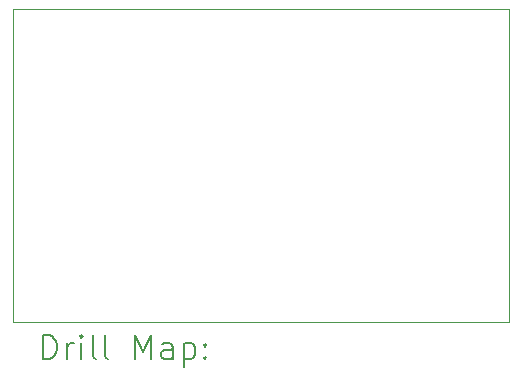
<source format=gbr>
%TF.GenerationSoftware,KiCad,Pcbnew,9.0.4*%
%TF.CreationDate,2025-08-20T18:41:51-04:00*%
%TF.ProjectId,tac5212_audio_board_single_ended,74616335-3231-4325-9f61-7564696f5f62,rev?*%
%TF.SameCoordinates,Original*%
%TF.FileFunction,Drillmap*%
%TF.FilePolarity,Positive*%
%FSLAX45Y45*%
G04 Gerber Fmt 4.5, Leading zero omitted, Abs format (unit mm)*
G04 Created by KiCad (PCBNEW 9.0.4) date 2025-08-20 18:41:51*
%MOMM*%
%LPD*%
G01*
G04 APERTURE LIST*
%ADD10C,0.050000*%
%ADD11C,0.200000*%
G04 APERTURE END LIST*
D10*
X-196750Y2465500D02*
X4003250Y2465500D01*
X4003250Y-180500D01*
X-196750Y-180500D01*
X-196750Y2465500D01*
D11*
X61527Y-494484D02*
X61527Y-294484D01*
X61527Y-294484D02*
X109146Y-294484D01*
X109146Y-294484D02*
X137717Y-304008D01*
X137717Y-304008D02*
X156765Y-323055D01*
X156765Y-323055D02*
X166289Y-342103D01*
X166289Y-342103D02*
X175812Y-380198D01*
X175812Y-380198D02*
X175812Y-408769D01*
X175812Y-408769D02*
X166289Y-446865D01*
X166289Y-446865D02*
X156765Y-465912D01*
X156765Y-465912D02*
X137717Y-484960D01*
X137717Y-484960D02*
X109146Y-494484D01*
X109146Y-494484D02*
X61527Y-494484D01*
X261527Y-494484D02*
X261527Y-361150D01*
X261527Y-399246D02*
X271051Y-380198D01*
X271051Y-380198D02*
X280574Y-370674D01*
X280574Y-370674D02*
X299622Y-361150D01*
X299622Y-361150D02*
X318670Y-361150D01*
X385336Y-494484D02*
X385336Y-361150D01*
X385336Y-294484D02*
X375812Y-304008D01*
X375812Y-304008D02*
X385336Y-313531D01*
X385336Y-313531D02*
X394860Y-304008D01*
X394860Y-304008D02*
X385336Y-294484D01*
X385336Y-294484D02*
X385336Y-313531D01*
X509146Y-494484D02*
X490098Y-484960D01*
X490098Y-484960D02*
X480574Y-465912D01*
X480574Y-465912D02*
X480574Y-294484D01*
X613908Y-494484D02*
X594860Y-484960D01*
X594860Y-484960D02*
X585336Y-465912D01*
X585336Y-465912D02*
X585336Y-294484D01*
X842479Y-494484D02*
X842479Y-294484D01*
X842479Y-294484D02*
X909146Y-437341D01*
X909146Y-437341D02*
X975812Y-294484D01*
X975812Y-294484D02*
X975812Y-494484D01*
X1156765Y-494484D02*
X1156765Y-389722D01*
X1156765Y-389722D02*
X1147241Y-370674D01*
X1147241Y-370674D02*
X1128194Y-361150D01*
X1128194Y-361150D02*
X1090098Y-361150D01*
X1090098Y-361150D02*
X1071051Y-370674D01*
X1156765Y-484960D02*
X1137717Y-494484D01*
X1137717Y-494484D02*
X1090098Y-494484D01*
X1090098Y-494484D02*
X1071051Y-484960D01*
X1071051Y-484960D02*
X1061527Y-465912D01*
X1061527Y-465912D02*
X1061527Y-446865D01*
X1061527Y-446865D02*
X1071051Y-427817D01*
X1071051Y-427817D02*
X1090098Y-418293D01*
X1090098Y-418293D02*
X1137717Y-418293D01*
X1137717Y-418293D02*
X1156765Y-408769D01*
X1252003Y-361150D02*
X1252003Y-561150D01*
X1252003Y-370674D02*
X1271051Y-361150D01*
X1271051Y-361150D02*
X1309146Y-361150D01*
X1309146Y-361150D02*
X1328194Y-370674D01*
X1328194Y-370674D02*
X1337717Y-380198D01*
X1337717Y-380198D02*
X1347241Y-399246D01*
X1347241Y-399246D02*
X1347241Y-456388D01*
X1347241Y-456388D02*
X1337717Y-475436D01*
X1337717Y-475436D02*
X1328194Y-484960D01*
X1328194Y-484960D02*
X1309146Y-494484D01*
X1309146Y-494484D02*
X1271051Y-494484D01*
X1271051Y-494484D02*
X1252003Y-484960D01*
X1432955Y-475436D02*
X1442479Y-484960D01*
X1442479Y-484960D02*
X1432955Y-494484D01*
X1432955Y-494484D02*
X1423432Y-484960D01*
X1423432Y-484960D02*
X1432955Y-475436D01*
X1432955Y-475436D02*
X1432955Y-494484D01*
X1432955Y-370674D02*
X1442479Y-380198D01*
X1442479Y-380198D02*
X1432955Y-389722D01*
X1432955Y-389722D02*
X1423432Y-380198D01*
X1423432Y-380198D02*
X1432955Y-370674D01*
X1432955Y-370674D02*
X1432955Y-389722D01*
M02*

</source>
